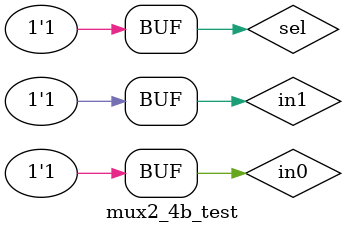
<source format=sv>
`timescale 1ns / 1ps


module mux2_4b_test();

reg sel, in0, in1;
wire out;

mux2_4b mux0(.sel(sel), .in0(in0), .in1(in1), .out(out));



initial begin 
in0 = 0;
in1 = 0;
sel = 0;
#100;

in0 = 0; in1 = 0; sel = 0; #100;
in0 = 0; in1 = 0; sel = 1; #100;
in0 = 0; in1 = 1; sel = 0; #100;
in0 = 0; in1 = 1; sel = 1; #100;
in0 = 1; in1 = 0; sel = 0; #100;
in0 = 1; in1 = 0; sel = 1; #100;
in0 = 1; in1 = 1; sel = 0; #100;
in0 = 1; in1 = 1; sel = 1; #100;
end

endmodule

</source>
